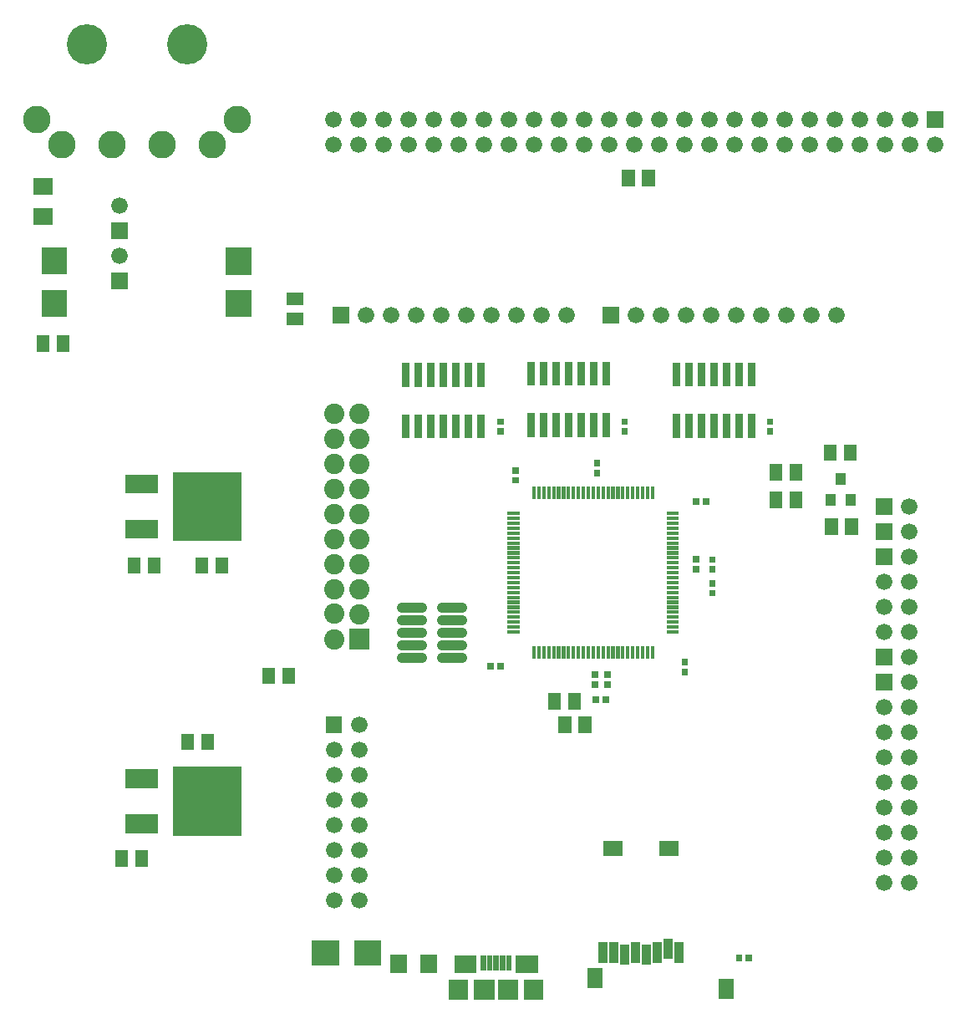
<source format=gts>
G04 start of page 11 for group -4063 idx -4063 *
G04 Title: (unknown), componentmask *
G04 Creator: pcb 20110918 *
G04 CreationDate: Sun 22 Jun 2014 10:36:29 GMT UTC *
G04 For: michael *
G04 Format: Gerber/RS-274X *
G04 PCB-Dimensions: 393000 393700 *
G04 PCB-Coordinate-Origin: lower left *
%MOIN*%
%FSLAX25Y25*%
%LNTOPMASK*%
%ADD172R,0.0300X0.0300*%
%ADD171R,0.0611X0.0611*%
%ADD170R,0.0375X0.0375*%
%ADD169R,0.0140X0.0140*%
%ADD168R,0.0750X0.0750*%
%ADD167C,0.0410*%
%ADD166R,0.1006X0.1006*%
%ADD165R,0.0660X0.0660*%
%ADD164R,0.0218X0.0218*%
%ADD163R,0.0769X0.0769*%
%ADD162R,0.0690X0.0690*%
%ADD161R,0.0510X0.0510*%
%ADD160R,0.0400X0.0400*%
%ADD159C,0.0808*%
%ADD158C,0.1600*%
%ADD157C,0.1100*%
%ADD156C,0.0660*%
%ADD155C,0.0001*%
G54D155*G36*
X41700Y312000D02*Y305400D01*
X48300D01*
Y312000D01*
X41700D01*
G37*
G54D156*X45000Y318700D03*
G54D157*X22000Y343200D03*
X42000D03*
X62000D03*
X12000Y353200D03*
G54D158*X32000Y383200D03*
X72000D03*
G54D155*G36*
X41700Y292000D02*Y285400D01*
X48300D01*
Y292000D01*
X41700D01*
G37*
G54D156*X45000Y298700D03*
G54D157*X82000Y343200D03*
X92000Y353200D03*
G54D156*X130200Y343000D03*
Y353000D03*
X140200Y343000D03*
Y353000D03*
X150200Y343000D03*
Y353000D03*
X160200Y343000D03*
Y353000D03*
X170200D03*
X180200D03*
X170200Y343000D03*
X180200D03*
X190200D03*
X200200D03*
X210200D03*
X220200D03*
X190200Y353000D03*
X200200D03*
X210200D03*
X230200Y343000D03*
X240200D03*
X250200D03*
X220200Y353000D03*
X230200D03*
X240200D03*
X250200D03*
X260200Y343000D03*
X270200D03*
X280200D03*
X260200Y353000D03*
X270200D03*
X280200D03*
X290200D03*
X300200D03*
X310200D03*
X290200Y343000D03*
X300200D03*
X310200D03*
X320200D03*
Y353000D03*
X330200Y343000D03*
X340200D03*
X350200D03*
X360200D03*
X370200D03*
X330200Y353000D03*
X340200D03*
X350200D03*
X360200D03*
G54D155*G36*
X366900Y356300D02*Y349700D01*
X373500D01*
Y356300D01*
X366900D01*
G37*
G36*
X346700Y182000D02*Y175400D01*
X353300D01*
Y182000D01*
X346700D01*
G37*
G54D156*X360000Y178700D03*
X350000Y168700D03*
X360000D03*
G54D155*G36*
X346700Y192000D02*Y185400D01*
X353300D01*
Y192000D01*
X346700D01*
G37*
G54D156*X360000Y188700D03*
X350000Y158700D03*
X360000D03*
G54D155*G36*
X346700Y202000D02*Y195400D01*
X353300D01*
Y202000D01*
X346700D01*
G37*
G54D156*X360000Y198700D03*
G54D159*X140600Y175900D03*
Y185900D03*
Y195900D03*
X130600Y175900D03*
Y185900D03*
Y195900D03*
Y205900D03*
Y215900D03*
Y225900D03*
X140600Y205900D03*
Y215900D03*
Y225900D03*
Y235900D03*
X130600D03*
G54D155*G36*
X130100Y278300D02*Y271700D01*
X136700D01*
Y278300D01*
X130100D01*
G37*
G54D156*X143400Y275000D03*
X153400D03*
X163400D03*
X173400D03*
X183400D03*
X193400D03*
X203400D03*
X213400D03*
X223400D03*
G54D155*G36*
X237800Y278300D02*Y271700D01*
X244400D01*
Y278300D01*
X237800D01*
G37*
G54D156*X251100Y275000D03*
X261100D03*
X271100D03*
X281100D03*
X291100D03*
X301100D03*
X311100D03*
X321100D03*
X331100D03*
X130500Y91700D03*
X140500D03*
X130500Y81700D03*
X140500D03*
G54D155*G36*
X127200Y115000D02*Y108400D01*
X133800D01*
Y115000D01*
X127200D01*
G37*
G54D156*X140500Y111700D03*
X130500Y101700D03*
X140500D03*
X130500Y71700D03*
X140500D03*
X130500Y61700D03*
Y51700D03*
Y41700D03*
X140500Y61700D03*
Y51700D03*
Y41700D03*
G54D155*G36*
X136560Y149940D02*Y141860D01*
X144640D01*
Y149940D01*
X136560D01*
G37*
G54D159*X130600Y145900D03*
X140600Y155900D03*
X130561Y155939D03*
X140600Y165900D03*
X130600D03*
G54D156*X350000Y148700D03*
G54D155*G36*
X346700Y132000D02*Y125400D01*
X353300D01*
Y132000D01*
X346700D01*
G37*
G54D156*X350000Y118700D03*
G54D155*G36*
X346700Y142000D02*Y135400D01*
X353300D01*
Y142000D01*
X346700D01*
G37*
G54D156*X360000Y148700D03*
Y128700D03*
Y118700D03*
Y138700D03*
X350000Y108700D03*
Y98700D03*
Y88700D03*
Y78700D03*
X360000D03*
X350000Y68700D03*
Y58700D03*
Y48700D03*
X360000Y68700D03*
Y58700D03*
Y48700D03*
Y108700D03*
Y98700D03*
Y88700D03*
G54D160*X328809Y201809D02*Y201209D01*
X336609Y201809D02*Y201209D01*
G54D161*X329000Y191400D02*Y190000D01*
X337000Y191400D02*Y190000D01*
G54D155*G36*
X290842Y20084D02*Y17516D01*
X293410D01*
Y20084D01*
X290842D01*
G37*
G36*
X294778D02*Y17516D01*
X297348D01*
Y20084D01*
X294778D01*
G37*
G54D161*X314900Y202100D02*Y200700D01*
X306900Y202100D02*Y200700D01*
X314859Y213122D02*Y211722D01*
X306859Y213122D02*Y211722D01*
G54D160*X332709Y210009D02*Y209409D01*
G54D161*X328500Y220900D02*Y219500D01*
X336500Y220900D02*Y219500D01*
X222641Y112378D02*Y110978D01*
X218600Y121800D02*Y120400D01*
X226600Y121800D02*Y120400D01*
X230641Y112378D02*Y110978D01*
G54D162*X206445Y16240D02*X208414D01*
G54D155*G36*
X186460Y10240D02*Y2160D01*
X194540D01*
Y10240D01*
X186460D01*
G37*
G36*
X195909D02*Y2160D01*
X203989D01*
Y10240D01*
X195909D01*
G37*
G54D163*X210185Y6397D02*Y6003D01*
G54D164*X195225Y18602D02*Y14862D01*
X200343Y18602D02*Y14862D01*
X190107Y18602D02*Y14862D01*
X197784Y18602D02*Y14862D01*
X192666Y18602D02*Y14862D01*
G54D163*X180264Y6397D02*Y6003D01*
G54D162*X182036Y16240D02*X184004D01*
G54D165*X168400Y16900D02*Y15900D01*
X156400Y16900D02*Y15900D01*
G54D166*X126677Y20700D02*X127464D01*
X143606D02*X144393D01*
G54D167*X157578Y138391D02*X165678D01*
G54D161*X104500Y131900D02*Y130500D01*
X112500Y131900D02*Y130500D01*
X72206Y105680D02*Y104280D01*
X80206Y105680D02*Y104280D01*
G54D155*G36*
X66250Y94950D02*Y67450D01*
X93750D01*
Y94950D01*
X66250D01*
G37*
G36*
X81250Y79950D02*Y67450D01*
X93750D01*
Y79950D01*
X81250D01*
G37*
G36*
Y94950D02*Y82450D01*
X93750D01*
Y94950D01*
X81250D01*
G37*
G36*
X66250Y79950D02*Y67450D01*
X78750D01*
Y79950D01*
X66250D01*
G37*
G36*
Y94950D02*Y82450D01*
X78750D01*
Y94950D01*
X66250D01*
G37*
G54D168*X51000Y72200D02*X56500D01*
X51000Y90200D02*X56500D01*
G54D161*X45706Y59180D02*Y57780D01*
X53706Y59180D02*Y57780D01*
G54D155*G36*
X237652Y122984D02*Y120416D01*
X240222D01*
Y122984D01*
X237652D01*
G37*
G36*
X238422Y128997D02*Y126429D01*
X240991D01*
Y128997D01*
X238422D01*
G37*
G36*
Y132934D02*Y130366D01*
X240991D01*
Y132934D01*
X238422D01*
G37*
G36*
X269216Y134048D02*Y131478D01*
X271784D01*
Y134048D01*
X269216D01*
G37*
G36*
Y137984D02*Y135416D01*
X271784D01*
Y137984D01*
X269216D01*
G37*
G54D169*X245764Y142285D02*Y138895D01*
X247732Y142285D02*Y138895D01*
X249701Y142285D02*Y138895D01*
X251669Y142285D02*Y138895D01*
X253638Y142285D02*Y138895D01*
X255606Y142285D02*Y138895D01*
X257575Y142285D02*Y138895D01*
G54D155*G36*
X233716Y122984D02*Y120416D01*
X236284D01*
Y122984D01*
X233716D01*
G37*
G36*
X233278Y129047D02*Y126479D01*
X235848D01*
Y129047D01*
X233278D01*
G37*
G36*
Y132984D02*Y130416D01*
X235848D01*
Y132984D01*
X233278D01*
G37*
G54D169*X226079Y142285D02*Y138895D01*
X228047Y142285D02*Y138895D01*
X230016Y142285D02*Y138895D01*
X231984Y142285D02*Y138895D01*
X233953Y142285D02*Y138895D01*
X235921Y142285D02*Y138895D01*
X237890Y142285D02*Y138895D01*
X239858Y142285D02*Y138895D01*
X241827Y142285D02*Y138895D01*
X243795Y142285D02*Y138895D01*
X264063Y148773D02*X267453D01*
X264063Y150741D02*X267453D01*
X264063Y152710D02*X267453D01*
X264063Y154678D02*X267453D01*
X264063Y156647D02*X267453D01*
X264063Y158615D02*X267453D01*
X264063Y160584D02*X267453D01*
X264063Y162552D02*X267453D01*
X264063Y164521D02*X267453D01*
X264063Y166489D02*X267453D01*
X264063Y168458D02*X267453D01*
X264063Y170426D02*X267453D01*
X264063Y172395D02*X267453D01*
X264063Y174363D02*X267453D01*
X264063Y176332D02*X267453D01*
X264063Y178300D02*X267453D01*
X264063Y180269D02*X267453D01*
X264063Y182237D02*X267453D01*
X264063Y184206D02*X267453D01*
X264063Y186174D02*X267453D01*
X264063Y188143D02*X267453D01*
X264063Y190111D02*X267453D01*
X264063Y192080D02*X267453D01*
X264063Y194048D02*X267453D01*
X264063Y196017D02*X267453D01*
X257575Y205895D02*Y202505D01*
X255607Y205895D02*Y202505D01*
X253638Y205895D02*Y202505D01*
X251670Y205895D02*Y202505D01*
X249701Y205895D02*Y202505D01*
X247733Y205895D02*Y202505D01*
X245764Y205895D02*Y202505D01*
X243796Y205895D02*Y202505D01*
G54D170*X268055Y23101D02*Y18601D01*
G54D171*X286953Y7353D02*Y5384D01*
G54D170*X263724Y24676D02*Y20176D01*
X259394Y23101D02*Y18601D01*
X255063Y22313D02*Y17813D01*
X250732Y23101D02*Y18601D01*
X246402Y22313D02*Y17813D01*
X242071Y23101D02*Y18601D01*
X237740Y23101D02*Y18601D01*
G54D171*X234591Y11683D02*Y9715D01*
X240890Y62471D02*X242465D01*
X263331D02*X264906D01*
G54D161*X14500Y264400D02*Y263000D01*
X22500Y264400D02*Y263000D01*
G54D166*X19000Y280164D02*Y279377D01*
Y297093D02*Y296306D01*
G54D165*X14100Y326300D02*X15100D01*
X14100Y314300D02*X15100D01*
G54D166*X92500Y280094D02*Y279307D01*
Y297023D02*Y296236D01*
G54D161*X114300Y281700D02*X115700D01*
X114300Y273700D02*X115700D01*
G54D172*X189200Y254550D02*Y248050D01*
X184200Y254550D02*Y248050D01*
X179200Y254550D02*Y248050D01*
X174200Y254550D02*Y248050D01*
Y234050D02*Y227550D01*
X179200Y234050D02*Y227550D01*
X184200Y234050D02*Y227550D01*
X189200Y234050D02*Y227550D01*
X169200Y254550D02*Y248050D01*
Y234050D02*Y227550D01*
X164200Y254550D02*Y248050D01*
X159200Y254550D02*Y248050D01*
Y234050D02*Y227550D01*
X164200Y234050D02*Y227550D01*
X224300Y254950D02*Y248450D01*
X219300Y254950D02*Y248450D01*
X214300Y254950D02*Y248450D01*
X209300Y254950D02*Y248450D01*
Y234450D02*Y227950D01*
X214300Y234450D02*Y227950D01*
X219300Y234450D02*Y227950D01*
G54D155*G36*
X195716Y233922D02*Y231352D01*
X198284D01*
Y233922D01*
X195716D01*
G37*
G36*
Y229984D02*Y227416D01*
X198284D01*
Y229984D01*
X195716D01*
G37*
G54D167*X173578Y138391D02*X181678D01*
X173578Y143391D02*X181678D01*
X173578Y148391D02*X181678D01*
X173578Y153391D02*X181678D01*
G54D155*G36*
X191716Y136484D02*Y133916D01*
X194284D01*
Y136484D01*
X191716D01*
G37*
G36*
X195652D02*Y133916D01*
X198222D01*
Y136484D01*
X195652D01*
G37*
G54D167*X173578Y158391D02*X181678D01*
X157578Y143391D02*X165678D01*
X157578Y148391D02*X165678D01*
X157578Y153391D02*X165678D01*
X157578Y158391D02*X165678D01*
G54D155*G36*
X201716Y214484D02*Y211916D01*
X204284D01*
Y214484D01*
X201716D01*
G37*
G36*
Y210548D02*Y207978D01*
X204284D01*
Y210548D01*
X201716D01*
G37*
G54D169*X200453Y196017D02*X203843D01*
X200453Y194049D02*X203843D01*
X224111Y205895D02*Y202505D01*
X222142Y205895D02*Y202505D01*
X220174Y205895D02*Y202505D01*
X218205Y205895D02*Y202505D01*
X216237Y205895D02*Y202505D01*
X214268Y205895D02*Y202505D01*
X212300Y205895D02*Y202505D01*
X210331Y205895D02*Y202505D01*
X200453Y192080D02*X203843D01*
X200453Y190112D02*X203843D01*
X200453Y188143D02*X203843D01*
X200453Y186175D02*X203843D01*
X200453Y184206D02*X203843D01*
X200453Y182238D02*X203843D01*
X200453Y180269D02*X203843D01*
X200453Y178301D02*X203843D01*
X200453Y176332D02*X203843D01*
X200453Y174364D02*X203843D01*
X200453Y172395D02*X203843D01*
X200453Y170427D02*X203843D01*
X200453Y168458D02*X203843D01*
X200453Y166490D02*X203843D01*
X200453Y164521D02*X203843D01*
X200453Y162553D02*X203843D01*
X200453Y160584D02*X203843D01*
X200453Y158616D02*X203843D01*
X200453Y156647D02*X203843D01*
X200453Y154679D02*X203843D01*
X200453Y152710D02*X203843D01*
X200453Y150742D02*X203843D01*
X200453Y148773D02*X203843D01*
X210331Y142285D02*Y138895D01*
X212299Y142285D02*Y138895D01*
X214268Y142285D02*Y138895D01*
X216236Y142285D02*Y138895D01*
X218205Y142285D02*Y138895D01*
X220173Y142285D02*Y138895D01*
X222142Y142285D02*Y138895D01*
X224110Y142285D02*Y138895D01*
G54D155*G36*
X66250Y212450D02*Y184950D01*
X93750D01*
Y212450D01*
X66250D01*
G37*
G36*
X81250Y197450D02*Y184950D01*
X93750D01*
Y197450D01*
X81250D01*
G37*
G36*
Y212450D02*Y199950D01*
X93750D01*
Y212450D01*
X81250D01*
G37*
G36*
X66250Y197450D02*Y184950D01*
X78750D01*
Y197450D01*
X66250D01*
G37*
G36*
Y212450D02*Y199950D01*
X78750D01*
Y212450D01*
X66250D01*
G37*
G54D168*X51000Y189700D02*X56500D01*
X51000Y207700D02*X56500D01*
G54D161*X77823Y175912D02*Y174512D01*
X85823Y175912D02*Y174512D01*
X58823Y175912D02*Y174512D01*
X50823Y175912D02*Y174512D01*
G54D172*X239300Y254950D02*Y248450D01*
X234300Y254950D02*Y248450D01*
G54D155*G36*
X234216Y217422D02*Y214852D01*
X236784D01*
Y217422D01*
X234216D01*
G37*
G36*
Y213484D02*Y210916D01*
X236784D01*
Y213484D01*
X234216D01*
G37*
G54D172*X229300Y254950D02*Y248450D01*
G54D161*X248000Y330400D02*Y329000D01*
X256000Y330400D02*Y329000D01*
G54D172*X297000Y254700D02*Y248200D01*
X292000Y254700D02*Y248200D01*
X287000Y254700D02*Y248200D01*
X282000Y254700D02*Y248200D01*
X277000Y254700D02*Y248200D01*
X272000Y254700D02*Y248200D01*
X267000Y254700D02*Y248200D01*
Y234200D02*Y227700D01*
X272000Y234200D02*Y227700D01*
X277000Y234200D02*Y227700D01*
X282000Y234200D02*Y227700D01*
X287000Y234200D02*Y227700D01*
X292000Y234200D02*Y227700D01*
X297000Y234200D02*Y227700D01*
G54D155*G36*
X303216Y233922D02*Y231352D01*
X305784D01*
Y233922D01*
X303216D01*
G37*
G36*
Y229984D02*Y227416D01*
X305784D01*
Y229984D01*
X303216D01*
G37*
G36*
X245216Y233922D02*Y231352D01*
X247784D01*
Y233922D01*
X245216D01*
G37*
G36*
Y229984D02*Y227416D01*
X247784D01*
Y229984D01*
X245216D01*
G37*
G36*
X277716Y201984D02*Y199416D01*
X280284D01*
Y201984D01*
X277716D01*
G37*
G36*
X273778D02*Y199416D01*
X276348D01*
Y201984D01*
X273778D01*
G37*
G36*
X280216Y178922D02*Y176352D01*
X282784D01*
Y178922D01*
X280216D01*
G37*
G36*
Y174984D02*Y172416D01*
X282784D01*
Y174984D01*
X280216D01*
G37*
G36*
X273716Y178984D02*Y176416D01*
X276284D01*
Y178984D01*
X273716D01*
G37*
G36*
Y175048D02*Y172478D01*
X276284D01*
Y175048D01*
X273716D01*
G37*
G36*
X280216Y165548D02*Y162978D01*
X282784D01*
Y165548D01*
X280216D01*
G37*
G36*
Y169484D02*Y166916D01*
X282784D01*
Y169484D01*
X280216D01*
G37*
G54D172*X224300Y234450D02*Y227950D01*
X229300Y234450D02*Y227950D01*
X234300Y234450D02*Y227950D01*
X239300Y234450D02*Y227950D01*
G54D169*X241827Y205895D02*Y202505D01*
X239859Y205895D02*Y202505D01*
X237890Y205895D02*Y202505D01*
X235922Y205895D02*Y202505D01*
X233953Y205895D02*Y202505D01*
X231985Y205895D02*Y202505D01*
X230016Y205895D02*Y202505D01*
X228048Y205895D02*Y202505D01*
X226079Y205895D02*Y202505D01*
M02*

</source>
